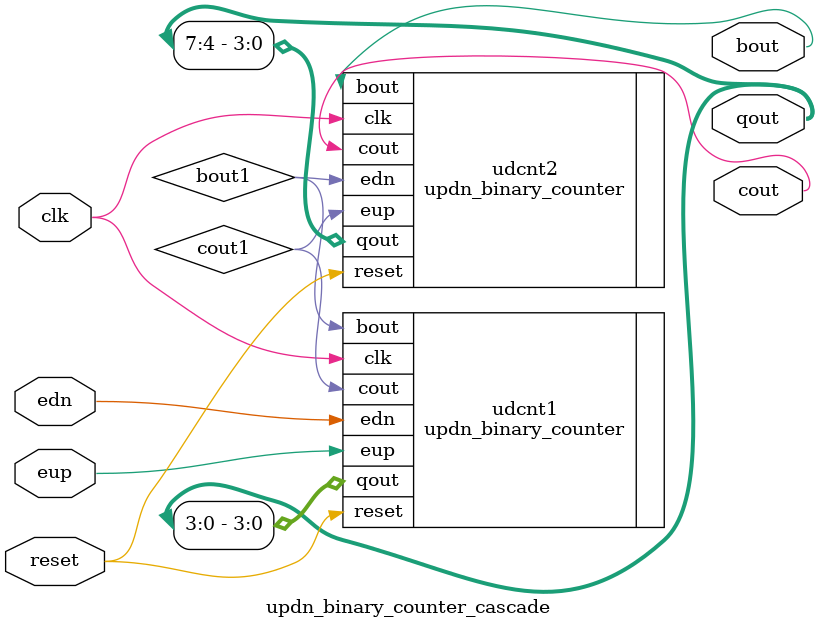
<source format=v>
module updn_binary_counter_cascade #(
    parameter N = 4             // Define the size of the counter
)(
    input wire clk,             // Clock signal
    input wire reset,           // Synchronous reset signal
    input wire eup,             // Enable up (increment) signal
    input wire edn,             // Enable down (decrement) signal
    output wire [2*N-1:0] qout,  // 8-bit Counter output (concatenated from two 4-bit counters)
    output wire cout,           // Carry out signal
    output wire bout            // Borrow out signal
);
    wire cout1, bout1;          // Intermediate carry and borrow signals

    // First 4-bit up/down counter instance
    updn_binary_counter #(N) udcnt1 (
        .clk(clk),
        .reset(reset),
        .eup(eup),
        .edn(edn),
        .qout(qout[3:0]),
        .cout(cout1),
        .bout(bout1)
    );

    // Second 4-bit up/down counter instance
    updn_binary_counter #(N) udcnt2 (
        .clk(clk),
        .reset(reset),
        .eup(cout1),
        .edn(bout1),
        .qout(qout[7:4]),
        .cout(cout),
        .bout(bout)
    );

endmodule

</source>
